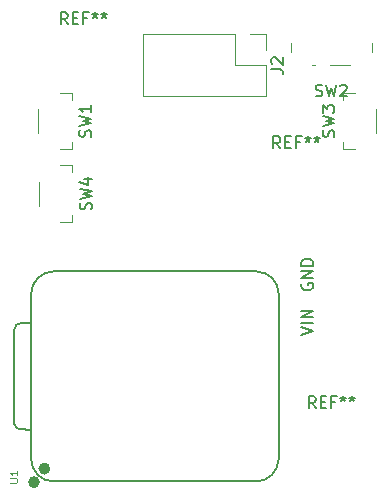
<source format=gbr>
%TF.GenerationSoftware,KiCad,Pcbnew,9.0.7*%
%TF.CreationDate,2026-01-31T17:00:11+00:00*%
%TF.ProjectId,timetable,74696d65-7461-4626-9c65-2e6b69636164,rev?*%
%TF.SameCoordinates,Original*%
%TF.FileFunction,Legend,Top*%
%TF.FilePolarity,Positive*%
%FSLAX46Y46*%
G04 Gerber Fmt 4.6, Leading zero omitted, Abs format (unit mm)*
G04 Created by KiCad (PCBNEW 9.0.7) date 2026-01-31 17:00:11*
%MOMM*%
%LPD*%
G01*
G04 APERTURE LIST*
%ADD10C,0.150000*%
%ADD11C,0.101600*%
%ADD12C,0.120000*%
%ADD13C,0.127000*%
%ADD14C,0.100000*%
%ADD15C,0.504000*%
G04 APERTURE END LIST*
D10*
X214166666Y-52304819D02*
X213833333Y-51828628D01*
X213595238Y-52304819D02*
X213595238Y-51304819D01*
X213595238Y-51304819D02*
X213976190Y-51304819D01*
X213976190Y-51304819D02*
X214071428Y-51352438D01*
X214071428Y-51352438D02*
X214119047Y-51400057D01*
X214119047Y-51400057D02*
X214166666Y-51495295D01*
X214166666Y-51495295D02*
X214166666Y-51638152D01*
X214166666Y-51638152D02*
X214119047Y-51733390D01*
X214119047Y-51733390D02*
X214071428Y-51781009D01*
X214071428Y-51781009D02*
X213976190Y-51828628D01*
X213976190Y-51828628D02*
X213595238Y-51828628D01*
X214595238Y-51781009D02*
X214928571Y-51781009D01*
X215071428Y-52304819D02*
X214595238Y-52304819D01*
X214595238Y-52304819D02*
X214595238Y-51304819D01*
X214595238Y-51304819D02*
X215071428Y-51304819D01*
X215833333Y-51781009D02*
X215500000Y-51781009D01*
X215500000Y-52304819D02*
X215500000Y-51304819D01*
X215500000Y-51304819D02*
X215976190Y-51304819D01*
X216500000Y-51304819D02*
X216500000Y-51542914D01*
X216261905Y-51447676D02*
X216500000Y-51542914D01*
X216500000Y-51542914D02*
X216738095Y-51447676D01*
X216357143Y-51733390D02*
X216500000Y-51542914D01*
X216500000Y-51542914D02*
X216642857Y-51733390D01*
X217261905Y-51304819D02*
X217261905Y-51542914D01*
X217023810Y-51447676D02*
X217261905Y-51542914D01*
X217261905Y-51542914D02*
X217500000Y-51447676D01*
X217119048Y-51733390D02*
X217261905Y-51542914D01*
X217261905Y-51542914D02*
X217404762Y-51733390D01*
X215707200Y-29333332D02*
X215754819Y-29190475D01*
X215754819Y-29190475D02*
X215754819Y-28952380D01*
X215754819Y-28952380D02*
X215707200Y-28857142D01*
X215707200Y-28857142D02*
X215659580Y-28809523D01*
X215659580Y-28809523D02*
X215564342Y-28761904D01*
X215564342Y-28761904D02*
X215469104Y-28761904D01*
X215469104Y-28761904D02*
X215373866Y-28809523D01*
X215373866Y-28809523D02*
X215326247Y-28857142D01*
X215326247Y-28857142D02*
X215278628Y-28952380D01*
X215278628Y-28952380D02*
X215231009Y-29142856D01*
X215231009Y-29142856D02*
X215183390Y-29238094D01*
X215183390Y-29238094D02*
X215135771Y-29285713D01*
X215135771Y-29285713D02*
X215040533Y-29333332D01*
X215040533Y-29333332D02*
X214945295Y-29333332D01*
X214945295Y-29333332D02*
X214850057Y-29285713D01*
X214850057Y-29285713D02*
X214802438Y-29238094D01*
X214802438Y-29238094D02*
X214754819Y-29142856D01*
X214754819Y-29142856D02*
X214754819Y-28904761D01*
X214754819Y-28904761D02*
X214802438Y-28761904D01*
X214754819Y-28428570D02*
X215754819Y-28190475D01*
X215754819Y-28190475D02*
X215040533Y-27999999D01*
X215040533Y-27999999D02*
X215754819Y-27809523D01*
X215754819Y-27809523D02*
X214754819Y-27571428D01*
X214754819Y-27285713D02*
X214754819Y-26666666D01*
X214754819Y-26666666D02*
X215135771Y-26999999D01*
X215135771Y-26999999D02*
X215135771Y-26857142D01*
X215135771Y-26857142D02*
X215183390Y-26761904D01*
X215183390Y-26761904D02*
X215231009Y-26714285D01*
X215231009Y-26714285D02*
X215326247Y-26666666D01*
X215326247Y-26666666D02*
X215564342Y-26666666D01*
X215564342Y-26666666D02*
X215659580Y-26714285D01*
X215659580Y-26714285D02*
X215707200Y-26761904D01*
X215707200Y-26761904D02*
X215754819Y-26857142D01*
X215754819Y-26857142D02*
X215754819Y-27142856D01*
X215754819Y-27142856D02*
X215707200Y-27238094D01*
X215707200Y-27238094D02*
X215659580Y-27285713D01*
D11*
X188273479Y-58603809D02*
X188787526Y-58603809D01*
X188787526Y-58603809D02*
X188848002Y-58573571D01*
X188848002Y-58573571D02*
X188878241Y-58543333D01*
X188878241Y-58543333D02*
X188908479Y-58482857D01*
X188908479Y-58482857D02*
X188908479Y-58361904D01*
X188908479Y-58361904D02*
X188878241Y-58301428D01*
X188878241Y-58301428D02*
X188848002Y-58271190D01*
X188848002Y-58271190D02*
X188787526Y-58240952D01*
X188787526Y-58240952D02*
X188273479Y-58240952D01*
X188908479Y-57605952D02*
X188908479Y-57968809D01*
X188908479Y-57787381D02*
X188273479Y-57787381D01*
X188273479Y-57787381D02*
X188364193Y-57847857D01*
X188364193Y-57847857D02*
X188424669Y-57908333D01*
X188424669Y-57908333D02*
X188454907Y-57968809D01*
D10*
X214156667Y-25867200D02*
X214299524Y-25914819D01*
X214299524Y-25914819D02*
X214537619Y-25914819D01*
X214537619Y-25914819D02*
X214632857Y-25867200D01*
X214632857Y-25867200D02*
X214680476Y-25819580D01*
X214680476Y-25819580D02*
X214728095Y-25724342D01*
X214728095Y-25724342D02*
X214728095Y-25629104D01*
X214728095Y-25629104D02*
X214680476Y-25533866D01*
X214680476Y-25533866D02*
X214632857Y-25486247D01*
X214632857Y-25486247D02*
X214537619Y-25438628D01*
X214537619Y-25438628D02*
X214347143Y-25391009D01*
X214347143Y-25391009D02*
X214251905Y-25343390D01*
X214251905Y-25343390D02*
X214204286Y-25295771D01*
X214204286Y-25295771D02*
X214156667Y-25200533D01*
X214156667Y-25200533D02*
X214156667Y-25105295D01*
X214156667Y-25105295D02*
X214204286Y-25010057D01*
X214204286Y-25010057D02*
X214251905Y-24962438D01*
X214251905Y-24962438D02*
X214347143Y-24914819D01*
X214347143Y-24914819D02*
X214585238Y-24914819D01*
X214585238Y-24914819D02*
X214728095Y-24962438D01*
X215061429Y-24914819D02*
X215299524Y-25914819D01*
X215299524Y-25914819D02*
X215490000Y-25200533D01*
X215490000Y-25200533D02*
X215680476Y-25914819D01*
X215680476Y-25914819D02*
X215918572Y-24914819D01*
X216251905Y-25010057D02*
X216299524Y-24962438D01*
X216299524Y-24962438D02*
X216394762Y-24914819D01*
X216394762Y-24914819D02*
X216632857Y-24914819D01*
X216632857Y-24914819D02*
X216728095Y-24962438D01*
X216728095Y-24962438D02*
X216775714Y-25010057D01*
X216775714Y-25010057D02*
X216823333Y-25105295D01*
X216823333Y-25105295D02*
X216823333Y-25200533D01*
X216823333Y-25200533D02*
X216775714Y-25343390D01*
X216775714Y-25343390D02*
X216204286Y-25914819D01*
X216204286Y-25914819D02*
X216823333Y-25914819D01*
X211166666Y-30304819D02*
X210833333Y-29828628D01*
X210595238Y-30304819D02*
X210595238Y-29304819D01*
X210595238Y-29304819D02*
X210976190Y-29304819D01*
X210976190Y-29304819D02*
X211071428Y-29352438D01*
X211071428Y-29352438D02*
X211119047Y-29400057D01*
X211119047Y-29400057D02*
X211166666Y-29495295D01*
X211166666Y-29495295D02*
X211166666Y-29638152D01*
X211166666Y-29638152D02*
X211119047Y-29733390D01*
X211119047Y-29733390D02*
X211071428Y-29781009D01*
X211071428Y-29781009D02*
X210976190Y-29828628D01*
X210976190Y-29828628D02*
X210595238Y-29828628D01*
X211595238Y-29781009D02*
X211928571Y-29781009D01*
X212071428Y-30304819D02*
X211595238Y-30304819D01*
X211595238Y-30304819D02*
X211595238Y-29304819D01*
X211595238Y-29304819D02*
X212071428Y-29304819D01*
X212833333Y-29781009D02*
X212500000Y-29781009D01*
X212500000Y-30304819D02*
X212500000Y-29304819D01*
X212500000Y-29304819D02*
X212976190Y-29304819D01*
X213500000Y-29304819D02*
X213500000Y-29542914D01*
X213261905Y-29447676D02*
X213500000Y-29542914D01*
X213500000Y-29542914D02*
X213738095Y-29447676D01*
X213357143Y-29733390D02*
X213500000Y-29542914D01*
X213500000Y-29542914D02*
X213642857Y-29733390D01*
X214261905Y-29304819D02*
X214261905Y-29542914D01*
X214023810Y-29447676D02*
X214261905Y-29542914D01*
X214261905Y-29542914D02*
X214500000Y-29447676D01*
X214119048Y-29733390D02*
X214261905Y-29542914D01*
X214261905Y-29542914D02*
X214404762Y-29733390D01*
X213002438Y-41761904D02*
X212954819Y-41857142D01*
X212954819Y-41857142D02*
X212954819Y-41999999D01*
X212954819Y-41999999D02*
X213002438Y-42142856D01*
X213002438Y-42142856D02*
X213097676Y-42238094D01*
X213097676Y-42238094D02*
X213192914Y-42285713D01*
X213192914Y-42285713D02*
X213383390Y-42333332D01*
X213383390Y-42333332D02*
X213526247Y-42333332D01*
X213526247Y-42333332D02*
X213716723Y-42285713D01*
X213716723Y-42285713D02*
X213811961Y-42238094D01*
X213811961Y-42238094D02*
X213907200Y-42142856D01*
X213907200Y-42142856D02*
X213954819Y-41999999D01*
X213954819Y-41999999D02*
X213954819Y-41904761D01*
X213954819Y-41904761D02*
X213907200Y-41761904D01*
X213907200Y-41761904D02*
X213859580Y-41714285D01*
X213859580Y-41714285D02*
X213526247Y-41714285D01*
X213526247Y-41714285D02*
X213526247Y-41904761D01*
X213954819Y-41285713D02*
X212954819Y-41285713D01*
X212954819Y-41285713D02*
X213954819Y-40714285D01*
X213954819Y-40714285D02*
X212954819Y-40714285D01*
X213954819Y-40238094D02*
X212954819Y-40238094D01*
X212954819Y-40238094D02*
X212954819Y-39999999D01*
X212954819Y-39999999D02*
X213002438Y-39857142D01*
X213002438Y-39857142D02*
X213097676Y-39761904D01*
X213097676Y-39761904D02*
X213192914Y-39714285D01*
X213192914Y-39714285D02*
X213383390Y-39666666D01*
X213383390Y-39666666D02*
X213526247Y-39666666D01*
X213526247Y-39666666D02*
X213716723Y-39714285D01*
X213716723Y-39714285D02*
X213811961Y-39761904D01*
X213811961Y-39761904D02*
X213907200Y-39857142D01*
X213907200Y-39857142D02*
X213954819Y-39999999D01*
X213954819Y-39999999D02*
X213954819Y-40238094D01*
X195157200Y-35483332D02*
X195204819Y-35340475D01*
X195204819Y-35340475D02*
X195204819Y-35102380D01*
X195204819Y-35102380D02*
X195157200Y-35007142D01*
X195157200Y-35007142D02*
X195109580Y-34959523D01*
X195109580Y-34959523D02*
X195014342Y-34911904D01*
X195014342Y-34911904D02*
X194919104Y-34911904D01*
X194919104Y-34911904D02*
X194823866Y-34959523D01*
X194823866Y-34959523D02*
X194776247Y-35007142D01*
X194776247Y-35007142D02*
X194728628Y-35102380D01*
X194728628Y-35102380D02*
X194681009Y-35292856D01*
X194681009Y-35292856D02*
X194633390Y-35388094D01*
X194633390Y-35388094D02*
X194585771Y-35435713D01*
X194585771Y-35435713D02*
X194490533Y-35483332D01*
X194490533Y-35483332D02*
X194395295Y-35483332D01*
X194395295Y-35483332D02*
X194300057Y-35435713D01*
X194300057Y-35435713D02*
X194252438Y-35388094D01*
X194252438Y-35388094D02*
X194204819Y-35292856D01*
X194204819Y-35292856D02*
X194204819Y-35054761D01*
X194204819Y-35054761D02*
X194252438Y-34911904D01*
X194204819Y-34578570D02*
X195204819Y-34340475D01*
X195204819Y-34340475D02*
X194490533Y-34149999D01*
X194490533Y-34149999D02*
X195204819Y-33959523D01*
X195204819Y-33959523D02*
X194204819Y-33721428D01*
X194538152Y-32911904D02*
X195204819Y-32911904D01*
X194157200Y-33149999D02*
X194871485Y-33388094D01*
X194871485Y-33388094D02*
X194871485Y-32769047D01*
X212954819Y-46095237D02*
X213954819Y-45761904D01*
X213954819Y-45761904D02*
X212954819Y-45428571D01*
X213954819Y-45095237D02*
X212954819Y-45095237D01*
X213954819Y-44619047D02*
X212954819Y-44619047D01*
X212954819Y-44619047D02*
X213954819Y-44047619D01*
X213954819Y-44047619D02*
X212954819Y-44047619D01*
X193166666Y-19804819D02*
X192833333Y-19328628D01*
X192595238Y-19804819D02*
X192595238Y-18804819D01*
X192595238Y-18804819D02*
X192976190Y-18804819D01*
X192976190Y-18804819D02*
X193071428Y-18852438D01*
X193071428Y-18852438D02*
X193119047Y-18900057D01*
X193119047Y-18900057D02*
X193166666Y-18995295D01*
X193166666Y-18995295D02*
X193166666Y-19138152D01*
X193166666Y-19138152D02*
X193119047Y-19233390D01*
X193119047Y-19233390D02*
X193071428Y-19281009D01*
X193071428Y-19281009D02*
X192976190Y-19328628D01*
X192976190Y-19328628D02*
X192595238Y-19328628D01*
X193595238Y-19281009D02*
X193928571Y-19281009D01*
X194071428Y-19804819D02*
X193595238Y-19804819D01*
X193595238Y-19804819D02*
X193595238Y-18804819D01*
X193595238Y-18804819D02*
X194071428Y-18804819D01*
X194833333Y-19281009D02*
X194500000Y-19281009D01*
X194500000Y-19804819D02*
X194500000Y-18804819D01*
X194500000Y-18804819D02*
X194976190Y-18804819D01*
X195500000Y-18804819D02*
X195500000Y-19042914D01*
X195261905Y-18947676D02*
X195500000Y-19042914D01*
X195500000Y-19042914D02*
X195738095Y-18947676D01*
X195357143Y-19233390D02*
X195500000Y-19042914D01*
X195500000Y-19042914D02*
X195642857Y-19233390D01*
X196261905Y-18804819D02*
X196261905Y-19042914D01*
X196023810Y-18947676D02*
X196261905Y-19042914D01*
X196261905Y-19042914D02*
X196500000Y-18947676D01*
X196119048Y-19233390D02*
X196261905Y-19042914D01*
X196261905Y-19042914D02*
X196404762Y-19233390D01*
X195107200Y-29333332D02*
X195154819Y-29190475D01*
X195154819Y-29190475D02*
X195154819Y-28952380D01*
X195154819Y-28952380D02*
X195107200Y-28857142D01*
X195107200Y-28857142D02*
X195059580Y-28809523D01*
X195059580Y-28809523D02*
X194964342Y-28761904D01*
X194964342Y-28761904D02*
X194869104Y-28761904D01*
X194869104Y-28761904D02*
X194773866Y-28809523D01*
X194773866Y-28809523D02*
X194726247Y-28857142D01*
X194726247Y-28857142D02*
X194678628Y-28952380D01*
X194678628Y-28952380D02*
X194631009Y-29142856D01*
X194631009Y-29142856D02*
X194583390Y-29238094D01*
X194583390Y-29238094D02*
X194535771Y-29285713D01*
X194535771Y-29285713D02*
X194440533Y-29333332D01*
X194440533Y-29333332D02*
X194345295Y-29333332D01*
X194345295Y-29333332D02*
X194250057Y-29285713D01*
X194250057Y-29285713D02*
X194202438Y-29238094D01*
X194202438Y-29238094D02*
X194154819Y-29142856D01*
X194154819Y-29142856D02*
X194154819Y-28904761D01*
X194154819Y-28904761D02*
X194202438Y-28761904D01*
X194154819Y-28428570D02*
X195154819Y-28190475D01*
X195154819Y-28190475D02*
X194440533Y-27999999D01*
X194440533Y-27999999D02*
X195154819Y-27809523D01*
X195154819Y-27809523D02*
X194154819Y-27571428D01*
X195154819Y-26666666D02*
X195154819Y-27238094D01*
X195154819Y-26952380D02*
X194154819Y-26952380D01*
X194154819Y-26952380D02*
X194297676Y-27047618D01*
X194297676Y-27047618D02*
X194392914Y-27142856D01*
X194392914Y-27142856D02*
X194440533Y-27238094D01*
X210414819Y-23603333D02*
X211129104Y-23603333D01*
X211129104Y-23603333D02*
X211271961Y-23650952D01*
X211271961Y-23650952D02*
X211367200Y-23746190D01*
X211367200Y-23746190D02*
X211414819Y-23889047D01*
X211414819Y-23889047D02*
X211414819Y-23984285D01*
X210510057Y-23174761D02*
X210462438Y-23127142D01*
X210462438Y-23127142D02*
X210414819Y-23031904D01*
X210414819Y-23031904D02*
X210414819Y-22793809D01*
X210414819Y-22793809D02*
X210462438Y-22698571D01*
X210462438Y-22698571D02*
X210510057Y-22650952D01*
X210510057Y-22650952D02*
X210605295Y-22603333D01*
X210605295Y-22603333D02*
X210700533Y-22603333D01*
X210700533Y-22603333D02*
X210843390Y-22650952D01*
X210843390Y-22650952D02*
X211414819Y-23222380D01*
X211414819Y-23222380D02*
X211414819Y-22603333D01*
D12*
%TO.C,SW3*%
X216500000Y-25600000D02*
X217500000Y-25600000D01*
X216500000Y-26200000D02*
X216500000Y-25600000D01*
X216500000Y-29800000D02*
X216500000Y-30400000D01*
X216500000Y-30400000D02*
X217500000Y-30400000D01*
X219300000Y-29000000D02*
X219300000Y-27000000D01*
D13*
%TO.C,U1*%
X188669000Y-53611272D02*
X188669000Y-45616000D01*
X189169000Y-45116000D02*
X190079000Y-45116000D01*
D14*
X190079000Y-42635000D02*
X190079000Y-56605000D01*
D13*
X190079000Y-42635000D02*
X190079000Y-56605000D01*
X190079000Y-54115000D02*
X189168728Y-54111272D01*
X209129000Y-40730000D02*
X191984000Y-40730000D01*
X209129000Y-58510000D02*
X191984000Y-58510000D01*
X211034000Y-56605000D02*
X211034000Y-42635000D01*
X188669000Y-45616000D02*
G75*
G02*
X189169000Y-45116000I500000J0D01*
G01*
X189168728Y-54111272D02*
G75*
G02*
X188669001Y-53611272I291J500018D01*
G01*
X190079000Y-42635000D02*
G75*
G02*
X191984000Y-40730000I1905000J0D01*
G01*
X191984000Y-58510000D02*
G75*
G02*
X190079000Y-56605000I1J1905001D01*
G01*
X209129000Y-40730000D02*
G75*
G02*
X211034000Y-42635000I0J-1905000D01*
G01*
X211034000Y-56605000D02*
G75*
G02*
X209129000Y-58510000I-1905001J1D01*
G01*
D15*
X190572000Y-58570000D02*
G75*
G02*
X190068000Y-58570000I-252000J0D01*
G01*
X190068000Y-58570000D02*
G75*
G02*
X190572000Y-58570000I252000J0D01*
G01*
X191452000Y-57427000D02*
G75*
G02*
X190948000Y-57427000I-252000J0D01*
G01*
X190948000Y-57427000D02*
G75*
G02*
X191452000Y-57427000I252000J0D01*
G01*
D12*
%TO.C,SW2*%
X212040000Y-22160000D02*
X212040000Y-21360000D01*
X214090000Y-23260000D02*
X213890000Y-23260000D01*
X217090000Y-23260000D02*
X215390000Y-23260000D01*
X218940000Y-22160000D02*
X218940000Y-21360000D01*
%TO.C,SW4*%
X190750000Y-33150000D02*
X190750000Y-35150000D01*
X193550000Y-31750000D02*
X192550000Y-31750000D01*
X193550000Y-32350000D02*
X193550000Y-31750000D01*
X193550000Y-35950000D02*
X193550000Y-36550000D01*
X193550000Y-36550000D02*
X192550000Y-36550000D01*
%TO.C,SW1*%
X190700000Y-27000000D02*
X190700000Y-29000000D01*
X193500000Y-25600000D02*
X192500000Y-25600000D01*
X193500000Y-26200000D02*
X193500000Y-25600000D01*
X193500000Y-29800000D02*
X193500000Y-30400000D01*
X193500000Y-30400000D02*
X192500000Y-30400000D01*
%TO.C,J2*%
X199580000Y-20620000D02*
X199580000Y-25920000D01*
X207310000Y-20620000D02*
X199580000Y-20620000D01*
X207310000Y-20620000D02*
X207310000Y-23270000D01*
X207310000Y-23270000D02*
X209960000Y-23270000D01*
X208580000Y-20620000D02*
X209960000Y-20620000D01*
X209960000Y-20620000D02*
X209960000Y-22000000D01*
X209960000Y-23270000D02*
X209960000Y-25920000D01*
X209960000Y-25920000D02*
X199580000Y-25920000D01*
%TD*%
M02*

</source>
